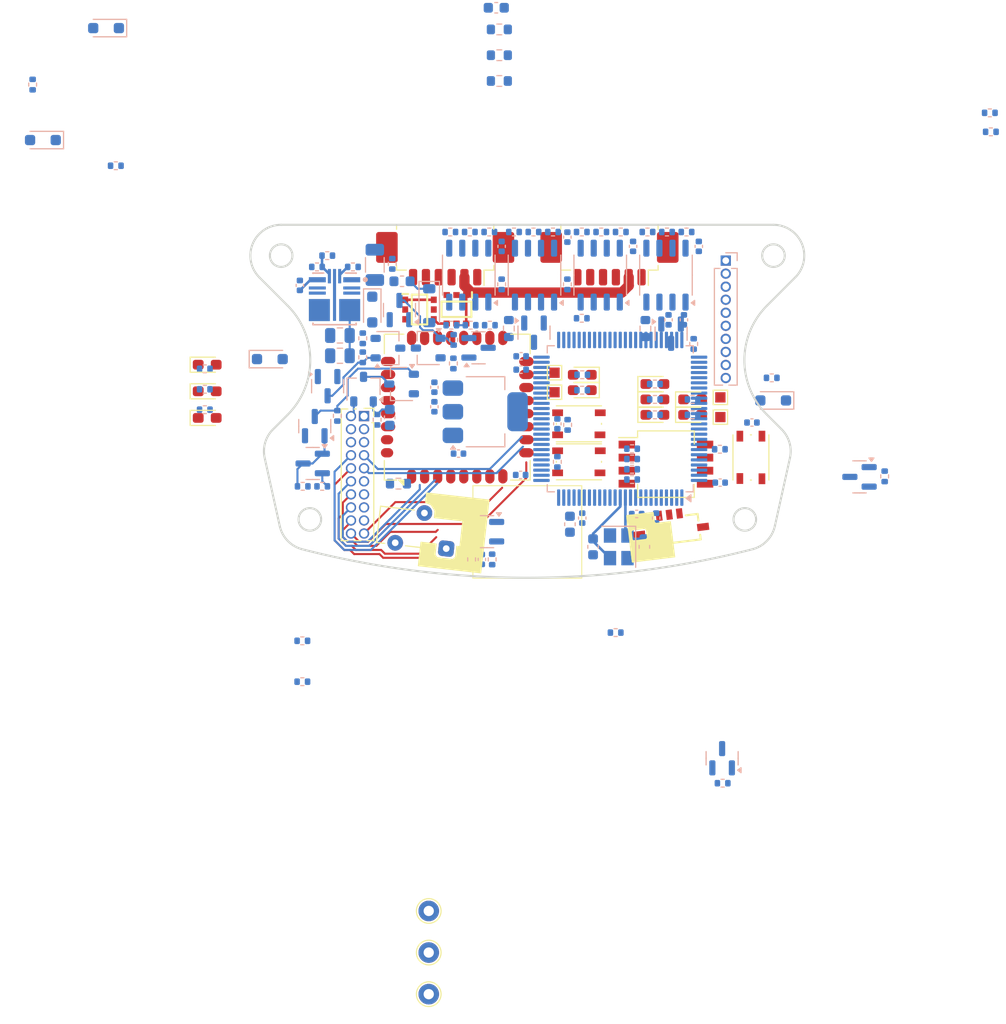
<source format=kicad_pcb>
(kicad_pcb (version 20221018) (generator pcbnew)
  (layers (0 "F.Cu" signal) (31 "B.Cu" signal) (34 "B.Paste" user) (35 "F.Paste" user) (36 "B.SilkS" user "B.Silkscreen") (37 "F.SilkS" user "F.Silkscreen") (38 "B.Mask" user) (39 "F.Mask" user) (44 "Edge.Cuts" user))
  (net 0 "")
  (net 1 "+3.3V")
  (net 2 "GND")
  (net 3 "NRST")
  (net 4 "HSE_IN")
  (net 5 "HSE_OUT")
  (net 6 "VCC")
  (net 7 "Net-(Q1-G)")
  (net 8 "/Power/Vout")
  (net 9 "/Power/S-S")
  (net 10 "Net-(Q9-G)")
  (net 11 "+5V")
  (net 12 "Net-(C22-Pad1)")
  (net 13 "RST_Twe")
  (net 14 "Net-(D1-K)")
  (net 15 "VDD")
  (net 16 "Net-(D5-K)")
  (net 17 "Net-(D7-A)")
  (net 18 "Net-(D8-A)")
  (net 19 "Net-(D9-A)")
  (net 20 "Net-(D10-A)")
  (net 21 "Net-(D11-A)")
  (net 22 "Net-(D12-A)")
  (net 23 "Net-(D13-A)")
  (net 24 "Net-(D14-A)")
  (net 25 "Net-(D15-A)")
  (net 26 "Net-(D16-A)")
  (net 27 "Net-(C30-Pad1)")
  (net 28 "Net-(C31-Pad1)")
  (net 29 "Net-(U1-RT)")
  (net 30 "Net-(Q17-G)")
  (net 31 "Net-(U1-FB)")
  (net 34 "/Power/PG")
  (net 45 "DIPSW0_Twe")
  (net 46 "DIPSW1_Twe")
  (net 47 "DIPSW2_Twe")
  (net 48 "DIPSW3_Twe")
  (net 49 "unconnected-(J2-Pin_7-Pad7)")
  (net 50 "unconnected-(J2-Pin_9-Pad9)")
  (net 55 "unconnected-(J2-Pin_19-Pad19)")
  (net 56 "+BATT")
  (net 57 "/RS485_RingNW/RS485X_TA")
  (net 58 "/RS485_RingNW/RS485X_TB")
  (net 59 "/RS485_RingNW/RS485X_RA")
  (net 60 "/RS485_RingNW/RS485X_RB")
  (net 61 "/RS485_RingNW/RS485Y_TA")
  (net 62 "/RS485_RingNW/RS485Y_TB")
  (net 63 "/RS485_RingNW/RS485Y_RA")
  (net 64 "/RS485_RingNW/RS485Y_RB")
  (net 65 "VBUS")
  (net 66 "/Power/IND")
  (net 67 "Net-(Q2-B)")
  (net 68 "Net-(Q3-G)")
  (net 70 "/Power/VSYS")
  (net 71 "Net-(Q7-G)")
  (net 72 "/Power/PowerSW")
  (net 73 "Net-(Q8-D)")
  (net 74 "Net-(Q10-B)")
  (net 75 "Net-(Q11-G)")
  (net 76 "Net-(Q13-B)")
  (net 77 "Net-(Q13-C)")
  (net 78 "Net-(Q14-B)")
  (net 79 "Net-(Q14-C)")
  (net 80 "LED_nR0")
  (net 81 "Main->RST_Twe")
  (net 82 "BOOT0")
  (net 83 "MainTXx_RS485XRX")
  (net 84 "Net-(SW2-A)")
  (net 85 "V_Meas.")
  (net 86 "Net-(U4-DE)")
  (net 87 "PRG_Twe")
  (net 88 "/TweLite/LED0")
  (net 89 "/TweLite/LED1")
  (net 90 "Net-(U2-DO0{slash}PWM2)")
  (net 91 "MainTXx_RS485YRX")
  (net 92 "Net-(U6-DE)")
  (net 93 "LED_B0")
  (net 94 "LED_B1")
  (net 95 "DIPSW0")
  (net 96 "DIPSW1")
  (net 97 "SlideSW0")
  (net 98 "DIPSW2")
  (net 99 "DIPSW3")
  (net 100 "LED_LG0")
  (net 101 "LED_Y0")
  (net 104 "SWDIO")
  (net 105 "SWCLK")
  (net 106 "SWO")
  (net 111 "TweWriteRX_TweTX0")
  (net 112 "TweWriteTX_TweRX0")
  (net 116 "/TweLite/SET")
  (net 117 "MainRXx_TweTX1")
  (net 120 "MainTXx_TweRX1")
  (net 129 "MainRXx_RS485XTX")
  (net 132 "MainRXx_RS485YTX")
  (net 211 "unconnected-(J2-Pin_20-Pad20)")
  (footprint "Button_Switch_SMD:SW_DIP_SPSTx04_Slide_Copal_CHS-04B_W7.62mm_P1.27mm" (layer "F.Cu") (at 13.5 23.3)
    (fp_text reference "SW5" hide)
    (fp_text value "SW_DIP_x04")
  )
  (footprint "LED_SMD:LED_0603_1608Metric_Pad1.05x0.95mm_HandSolder" (layer "F.Cu") (at 12.425 18.5)
    (fp_text reference "D16" hide)
    (fp_text value "Red")
  )
  (footprint "Button_Switch_SMD:SW_Push_1P1T_NO_Vertical_Wuerth_434133025816" (layer "F.Cu") (at 5.025 19.375)
    (fp_text reference "SW3" hide)
    (fp_text value "SW_SPST")
  )
  (footprint "LED_SMD:LED_0603_1608Metric_Pad1.05x0.95mm_HandSolder" (layer "F.Cu") (at -31.175 18.8)
    (fp_text reference "D9" hide)
    (fp_text value "Green")
  )
  (footprint "RF_Module:MonoWireless_TWE-L-WX" (layer "F.Cu") (at -6.825 17.75 90)
    (fp_text reference "U2" hide)
    (fp_text value "TWE-L-WX")
  )
  (footprint "LED_SMD:LED_0603_1608Metric_Pad1.05x0.95mm_HandSolder" (layer "F.Cu") (at 5.35 14.6 180)
    (fp_text reference "D10" hide)
    (fp_text value "Blue")
  )
  (footprint "LED_SMD:LED_0603_1608Metric_Pad1.05x0.95mm_HandSolder" (layer "F.Cu") (at -31.175 16.21)
    (fp_text reference "D8" hide)
    (fp_text value "Green")
  )
  (footprint "Connector_Molex:Molex_PicoBlade_53261-0671_1x06-1MP_P1.25mm_Horizontal" (layer "F.Cu") (at 8 2.7 180)
    (fp_text reference "J10" hide)
    (fp_text value "Conn_01x06_MountingPin")
  )
  (footprint "TomoshibiLibrary:SW_Slide_SPDT_White" (layer "F.Cu") (at -10.2 29.65 -96.5)
    (fp_text reference "SW2" hide)
    (fp_text value "SW_SPDT_White")
  )
  (footprint "LED_SMD:LED_0603_1608Metric_Pad1.05x0.95mm_HandSolder" (layer "F.Cu") (at 16.1 17)
    (fp_text reference "D12" hide)
    (fp_text value "Blue")
  )
  (footprint "Button_Switch_SMD:SW_Push_1P1T_NO_Vertical_Wuerth_434133025816" (layer "F.Cu") (at 5.025 23.075)
    (fp_text reference "SW4" hide)
    (fp_text value "SW_SPST")
  )
  (footprint "TestPoint:TestPoint_Pad_1.0x1.0mm" (layer "F.Cu") (at 2.65 14.4)
    (fp_text reference "H3" hide)
    (fp_text value "MountingHole_Pad")
  )
  (footprint "TomoshibiLibrary:SW_Slide_SPDT_SSAJ120100" (layer "F.Cu") (at 14.005482 29.722142 7)
    (fp_text reference "SW6" hide)
    (fp_text value "SW_SPDT" hide)
  )
  (footprint "TestPoint:TestPoint_Pad_1.0x1.0mm" (layer "F.Cu") (at 18.8 18.72)
    (fp_text reference "H2" hide)
    (fp_text value "MountingHole_Pad")
  )
  (footprint "Connector_Molex:Molex_PicoBlade_53261-0671_1x06-1MP_P1.25mm_Horizontal" (layer "F.Cu") (at -8 2.7 180)
    (fp_text reference "J11" hide)
    (fp_text value "Conn_01x06_MountingPin")
  )
  (footprint "LED_SMD:LED_0603_1608Metric_Pad1.05x0.95mm_HandSolder" (layer "F.Cu") (at 12.425 15.5)
    (fp_text reference "D14" hide)
    (fp_text value "LightGreen")
  )
  (footprint "LED_SMD:LED_0603_1608Metric_Pad1.05x0.95mm_HandSolder" (layer "F.Cu") (at 5.35 16.1 180)
    (fp_text reference "D11" hide)
    (fp_text value "Blue")
  )
  (footprint "Button_Switch_SMD:SW_Push_1P1T_NO_Vertical_Wuerth_434133025816" (layer "F.Cu") (at 21.775 22.65 -90)
    (fp_text reference "SW1" hide)
    (fp_text value "SW_SPST")
  )
  (footprint "TestPoint:TestPoint_Pad_1.0x1.0mm" (layer "F.Cu") (at 2.65 16.3)
    (fp_text reference "H4" hide)
    (fp_text value "MountingHole_Pad")
  )
  (footprint "LED_SMD:LED_0603_1608Metric_Pad1.05x0.95mm_HandSolder" (layer "F.Cu") (at 12.425 17)
    (fp_text reference "D15" hide)
    (fp_text value "Yellow")
  )
  (footprint "TomoshibiLibrary:Package_TSOP6F" (layer "F.Cu") (at -10.5 8.25)
    (fp_text reference "Q9" hide)
    (fp_text value "SSM6J808R" hide)
  )
  (footprint "LED_SMD:LED_0603_1608Metric_Pad1.05x0.95mm_HandSolder" (layer "F.Cu") (at 16.1 18.5)
    (fp_text reference "D13" hide)
    (fp_text value "Blue")
  )
  (footprint "TestPoint:TestPoint_Pad_1.0x1.0mm" (layer "F.Cu") (at 18.8 16.8)
    (fp_text reference "H1" hide)
    (fp_text value "MountingHole_Pad")
  )
  (footprint "TestPoint:TestPoint_THTPad_D2.0mm_Drill1.0mm" (layer "F.Cu") (at -9.6 74.9)
    (fp_text reference "TP3" hide)
    (fp_text value "TestPoint")
  )
  (footprint "Connector_PinSocket_1.27mm:PinSocket_2x10_P1.27mm_Vertical" (layer "F.Cu") (at -15.9 18.625)
    (fp_text reference "J2" hide)
    (fp_text value "Conn_02x10_Odd_Even")
  )
  (footprint "LED_SMD:LED_0603_1608Metric_Pad1.05x0.95mm_HandSolder" (layer "F.Cu") (at -31.175 13.62)
    (fp_text reference "D7" hide)
    (fp_text value "Green")
  )
  (footprint "TomoshibiLibrary:Package_TSOP6F" (layer "F.Cu") (at -6.9 8.225 -90)
    (fp_text reference "Q7" hide)
    (fp_text value "SSM6J808R" hide)
  )
  (footprint "TestPoint:TestPoint_THTPad_D2.0mm_Drill1.0mm" (layer "F.Cu") (at -9.6 70.85)
    (fp_text reference "TP2" hide)
    (fp_text value "TestPoint")
  )
  (footprint "TestPoint:TestPoint_THTPad_D2.0mm_Drill1.0mm" (layer "F.Cu") (at -9.6 66.8)
    (fp_text reference "TP1" hide)
    (fp_text value "TestPoint")
  )
  (footprint "Resistor_SMD:R_0402_1005Metric" (layer "B.Cu") (at -5.6 0.7)
    (fp_text reference "R56" hide)
    (fp_text value "120")
  )
  (footprint "Package_TO_SOT_SMD:SOT-223-3_TabPin2" (layer "B.Cu") (at -4.1 18.2)
    (fp_text reference "U7" hide)
    (fp_text value "AZ1117CH-3.3")
  )
  (footprint "Resistor_SMD:R_0402_1005Metric" (layer "B.Cu") (at 12.425 17 180)
    (fp_text reference "R66" hide)
    (fp_text value "1k")
  )
  (footprint "Capacitor_SMD:C_0402_1005Metric" (layer "B.Cu") (at 16.7 2.1 90)
    (fp_text reference "C11" hide)
    (fp_text value "0.1uF")
  )
  (footprint "Capacitor_SMD:C_0402_1005Metric" (layer "B.Cu") (at 18.78 25.1)
    (fp_text reference "C12" hide)
    (fp_text value "0.1uF")
  )
  (footprint "Capacitor_SMD:C_0603_1608Metric" (layer "B.Cu") (at -3.025 -21.13 180)
    (fp_text reference "C22" hide)
    (fp_text value "0.1uF")
  )
  (footprint "Resistor_SMD:R_0402_1005Metric" (layer "B.Cu") (at 10.2 21.8 180)
    (fp_text reference "R59" hide)
    (fp_text value "10k")
  )
  (footprint "Package_TO_SOT_SMD:SOT-23" (layer "B.Cu") (at -20.9 23.2375 180)
    (fp_text reference "Q2" hide)
    (fp_text value "S8550")
  )
  (footprint "Resistor_SMD:R_0402_1005Metric" (layer "B.Cu") (at 16.1 17)
    (fp_text reference "R57" hide)
    (fp_text value "1k")
  )
  (footprint "Resistor_SMD:R_0402_1005Metric" (layer "B.Cu") (at 9.1 0.7)
    (fp_text reference "R45" hide)
    (fp_text value "2.2k")
  )
  (footprint "Resistor_SMD:R_0402_1005Metric" (layer "B.Cu") (at -19.975 25.4625)
    (fp_text reference "R10" hide)
    (fp_text value "10k")
  )
  (footprint "Package_SO:SOP-8_3.9x4.9mm_P1.27mm" (layer "B.Cu") (at 13.5 4.9 90)
    (fp_text reference "U3" hide)
    (fp_text value "MAX3485")
  )
  (footprint "Resistor_SMD:R_0402_1005Metric" (layer "B.Cu") (at -7.175 11.2 -90)
    (fp_text reference "R27" hide)
    (fp_text value "10k")
  )
  (footprint "Resistor_SMD:R_0402_1005Metric" (layer "B.Cu") (at 7.2 0.7)
    (fp_text reference "R47" hide)
    (fp_text value "120")
  )
  (footprint "Package_TO_SOT_SMD:SOT-23" (layer "B.Cu") (at 32.35 24.54 180)
    (fp_text reference "Q15" hide)
    (fp_text value "2N7002")
  )
  (footprint "Resistor_SMD:R_0402_1005Metric" (layer "B.Cu") (at -18.5 18.6 90)
    (fp_text reference "R15" hide)
    (fp_text value "10k")
  )
  (footprint "Resistor_SMD:R_0402_1005Metric" (layer "B.Cu") (at 5.3 0.7)
    (fp_text reference "R44" hide)
    (fp_text value "2.2k")
  )
  (footprint "Resistor_SMD:R_0402_1005Metric" (layer "B.Cu") (at 2.5 0.7)
    (fp_text reference "R52" hide)
    (fp_text value "2.2k")
  )
  (footprint "Capacitor_SMD:C_0805_2012Metric" (layer "B.Cu") (at -18.25 12.75 180)
    (fp_text reference "C32" hide)
    (fp_text value "22uF")
  )
  (footprint "Resistor_SMD:R_0402_1005Metric" (layer "B.Cu") (at -48.175 -13.65 90)
    (fp_text reference "R26" hide)
    (fp_text value "10k")
  )
  (footprint "Package_TO_SOT_SMD:SOT-23W" (layer "B.Cu") (at -15.95 16 90)
    (fp_text reference "Q1" hide)
    (fp_text value "SSM3J332R")
  )
  (footprint "Capacitor_SMD:C_0603_1608Metric" (layer "B.Cu") (at 11.401473 31.350713 90)
    (fp_text reference "C4" hide)
    (fp_text value "22pF")
  )
  (footprint "Resistor_SMD:R_0402_1005Metric" (layer "B.Cu") (at 18.750001 21.850714)
    (fp_text reference "R2" hide)
    (fp_text value "10k")
  )
  (footprint "Capacitor_SMD:C_0402_1005Metric" (layer "B.Cu") (at -0.6 12.8 180)
    (fp_text reference "C6" hide)
    (fp_text value "0.1uF")
  )
  (footprint "Capacitor_SMD:C_0402_1005Metric" (layer "B.Cu") (at 3.9 1.2 -90)
    (fp_text reference "C20" hide)
    (fp_text value "0.1uF")
  )
  (footprint "Diode_SMD:D_SOD-323_HandSoldering" (layer "B.Cu") (at 23.94119 17.1 180)
    (fp_text reference "D1" hide)
    (fp_text value "1N5819WS")
  )
  (footprint "Resistor_SMD:R_0402_1005Metric" (layer "B.Cu") (at -5.425 32.575 90)
    (fp_text reference "R23" hide)
    (fp_text value "10k")
  )
  (footprint "Package_TO_SOT_SMD:SOT-23" (layer "B.Cu") (at -20.7 19.6 90)
    (fp_text reference "Q4" hide)
    (fp_text value "S8550")
  )
  (footprint "Package_TO_SOT_SMD:SOT-23W" (layer "B.Cu") (at -12.25 15.5 180)
    (fp_text reference "Q3" hide)
    (fp_text value "SSM3J332R")
  )
  (footprint "Resistor_SMD:R_0402_1005Metric" (layer "B.Cu") (at -7.2 13.5 90)
    (fp_text reference "R25" hide)
    (fp_text value "10k")
  )
  (footprint "Resistor_SMD:R_0402_1005Metric" (layer "B.Cu") (at 19.02 54.362382 180)
    (fp_text reference "R67" hide)
    (fp_text value "10k")
  )
  (footprint "Resistor_SMD:R_0402_1005Metric" (layer "B.Cu") (at -2.5 5.8 90)
    (fp_text reference "R50" hide)
    (fp_text value "10k")
  )
  (footprint "Resistor_SMD:R_0603_1608Metric" (layer "B.Cu") (at -2.725 -14 180)
    (fp_text reference "R32" hide)
    (fp_text value "10k")
  )
  (footprint "Package_QFP:LQFP-100_14x14mm_P0.5mm" (layer "B.Cu") (at 9.05 18.885 90)
    (fp_text reference "U8" hide)
    (fp_text value "STM32H723VGTx")
  )
  (footprint "Resistor_SMD:R_0402_1005Metric" (layer "B.Cu") (at -16.025 12.9 -90)
    (fp_text reference "R3" hide)
    (fp_text value "10k")
  )
  (footprint "Capacitor_SMD:C_0402_1005Metric" (layer "B.Cu") (at -6.7 22.275)
    (fp_text reference "C29" hide)
    (fp_text value "1uF")
  )
  (footprint "Resistor_SMD:R_0603_1608Metric" (layer "B.Cu") (at -12.55 25.2 180)
    (fp_text reference "R41" hide)
    (fp_text value "PullUP?")
  )
  (footprint "Resistor_SMD:R_0402_1005Metric" (layer "B.Cu") (at -7.5 0.7)
    (fp_text reference "R53" hide)
    (fp_text value "2.2k")
  )
  (footprint "Resistor_SMD:R_0402_1005Metric" (layer "B.Cu") (at 10.2 23.8 180)
    (fp_text reference "R62" hide)
    (fp_text value "10k")
  )
  (footprint "Capacitor_SMD:C_0402_1005Metric" (layer "B.Cu") (at 13.750002 9.250714 90)
    (fp_text reference "C31" hide)
    (fp_text value "2.2uF")
  )
  (footprint "Diode_SMD:D_SOD-323_HandSoldering" (layer "B.Cu") (at -25.075 13.075)
    (fp_text reference "D6" hide)
    (fp_text value "1N5819WS")
  )
  (footprint "Resistor_SMD:R_0402_1005Metric" (layer "B.Cu") (at -13.15 3.8 90)
    (fp_text reference "R28" hide)
    (fp_text value "10k")
  )
  (footprint "Capacitor_SMD:C_0402_1005Metric" (layer "B.Cu") (at 2.925 19.375 -90)
    (fp_text reference "C28" hide)
    (fp_text value "0.1uF")
  )
  (footprint "Package_TO_SOT_SMD:SOT-23W" (layer "B.Cu") (at -13.575 12.0075)
    (fp_text reference "Q17" hide)
    (fp_text value "SSM3J332R")
  )
  (footprint "Package_TO_SOT_SMD:SOT-23W" (layer "B.Cu") (at -9.65 12 180)
    (fp_text reference "Q11" hide)
    (fp_text value "SSM3J332R")
  )
  (footprint "Resistor_SMD:R_0402_1005Metric" (layer "B.Cu") (at 13.6 0.7)
    (fp_text reference "R46" hide)
    (fp_text value "120")
  )
  (footprint "Package_TO_SOT_SMD:SOT-23" (layer "B.Cu") (at -12.45 8.3 90)
    (fp_text reference "Q12" hide)
    (fp_text value "S8550")
  )
  (footprint "Resistor_SMD:R_0402_1005Metric" (layer "B.Cu") (at 8.6 39.7)
    (fp_text reference "R61" hide)
    (fp_text value "10k")
  )
  (footprint "Capacitor_SMD:C_0402_1005Metric" (layer "B.Cu") (at -4.425 32.575 90)
    (fp_text reference "C15" hide)
    (fp_text value "1uF")
  )
  (footprint "Resistor_SMD:R_0402_1005Metric" (layer "B.Cu") (at 10.2 24.8 180)
    (fp_text reference "R63" hide)
    (fp_text value "10k")
  )
  (footprint "Diode_SMD:D_SOD-123" (layer "B.Cu") (at -9.55 7.875 -90)
    (fp_text reference "D5" hide)
    (fp_text value "SS2040FL")
  )
  (footprint "Capacitor_SMD:C_0402_1005Metric" (layer "B.Cu") (at -22.15 5.9 90)
    (fp_text reference "C33" hide)
    (fp_text value "1uF")
  )
  (footprint "Resistor_SMD:R_0402_1005Metric" (layer "B.Cu") (at -19.483334 3.000001 180)
    (fp_text reference "R72" hide)
    (fp_text value "5.1k")
  )
  (footprint "Capacitor_SMD:C_0402_1005Metric" (layer "B.Cu") (at 15.250001 9.250715 90)
    (fp_text reference "C7" hide)
    (fp_text value "0.1uF")
  )
  (footprint "Resistor_SMD:R_0603_1608Metric" (layer "B.Cu") (at 11.5 10.1 90)
    (fp_text reference "R4" hide)
    (fp_text value "7.5k")
  )
  (footprint "Resistor_SMD:R_0402_1005Metric" (layer "B.Cu") (at 45.04 -10.9 180)
    (fp_text reference "R17" hide)
    (fp_text value "10k")
  )
  (footprint "Resistor_SMD:R_0402_1005Metric" (layer "B.Cu") (at 45.14 -9.05 180)
    (fp_text reference "R29" hide)
    (fp_text value "10k")
  )
  (footprint "Package_TO_SOT_SMD:SOT-23" (layer "B.Cu") (at -19.45 15.7125 -90)
    (fp_text reference "Q18" hide)
    (fp_text value "2N7002")
  )
  (footprint "Resistor_SMD:R_0402_1005Metric" (layer "B.Cu") (at 0.6 0.7)
    (fp_text reference "R55" hide)
    (fp_text value "120")
  )
  (footprint "Resistor_SMD:R_0402_1005Metric" (layer "B.Cu") (at 2.925 23.075 90)
    (fp_text reference "R37" hide)
    (fp_text value "10k")
  )
  (footprint "Diode_SMD:D_SOD-323_HandSoldering" (layer "B.Cu") (at -41.025 -19.15 180)
    (fp_text reference "D3" hide)
    (fp_text value "D_Zener")
  )
  (footprint "Resistor_SMD:R_0402_1005Metric" (layer "B.Cu") (at -21.91 44.48 180)
    (fp_text reference "R24" hide)
    (fp_text value "10k")
  )
  (footprint "Package_TO_SOT_SMD:SOT-23" (layer "B.Cu") (at 14 10.6 -90)
    (fp_text reference "Q13" hide)
    (fp_text value "S8550")
  )
  (footprint "Resistor_SMD:R_0402_1005Metric" (layer "B.Cu") (at -31.41 16.01 180)
    (fp_text reference "R34" hide)
    (fp_text value "1k")
  )
  (footprint "Package_TO_SOT_SMD:SOT-23" (layer "B.Cu") (at 0.65 10.5 -90)
    (fp_text reference "Q14" hide)
    (fp_text value "S8550")
  )
  (footprint "Capacitor_SMD:C_0402_1005Metric" (layer "B.Cu") (at 21.875 19.250001 180)
    (fp_text reference "C2" hide)
    (fp_text value "0.1uF")
  )
  (footprint "Resistor_SMD:R_0402_1005Metric" (layer "B.Cu") (at 11.7 0.7)
    (fp_text reference "R42" hide)
    (fp_text value "2.2k")
  )
  (footprint "Resistor_SMD:R_0402_1005Metric" (layer "B.Cu") (at 34.8 24.49 -90)
    (fp_text reference "R64" hide)
    (fp_text value "10k")
  )
  (footprint "Resistor_SMD:R_0402_1005Metric" (layer "B.Cu") (at 5.34 16.1 180)
    (fp_text reference "R40" hide)
    (fp_text value "1k")
  )
  (footprint "Resistor_SMD:R_0603_1608Metric" (layer "B.Cu") (at -1.8 10.1 90)
    (fp_text reference "R48" hide)
    (fp_text value "7.5k")
  )
  (footprint "Resistor_SMD:R_0402_1005Metric" (layer "B.Cu") (at -3.425 32.575 90)
    (fp_text reference "R21" hide)
    (fp_text value "10k")
  )
  (footprint "Resistor_SMD:R_0402_1005Metric" (layer "B.Cu") (at 16.2 11.6 90)
    (fp_text reference "R5" hide)
    (fp_text value "20k")
  )
  (footprint "Resistor_SMD:R_0402_1005Metric" (layer "B.Cu") (at -21.875 25.4625 180)
    (fp_text reference "R11" hide)
    (fp_text value "10k")
  )
  (footprint "Resistor_SMD:R_0402_1005Metric" (layer "B.Cu") (at -14.625 18.975 90)
    (fp_text reference "R8" hide)
    (fp_text value "10k")
  )
  (footprint "Resistor_SMD:R_0402_1005Metric" (layer "B.Cu") (at 15.5 0.7)
    (fp_text reference "R43" hide)
    (fp_text value "2.2k")
  )
  (footprint "Capacitor_SMD:C_0402_1005Metric" (layer "B.Cu") (at -2.5 2.1 -90)
    (fp_text reference "C23" hide)
    (fp_text value "0.1uF")
  )
  (footprint "Resistor_SMD:R_0402_1005Metric" (layer "B.Cu") (at 23.8 14.9 180)
    (fp_text reference "R1" hide)
    (fp_text value "1k")
  )
  (footprint "Capacitor_SMD:C_0603_1608Metric" (layer "B.Cu") (at 4.15 29.150714 -90)
    (fp_text reference "C25" hide)
    (fp_text value "4.7uF")
  )
  (footprint "Capacitor_SMD:C_0805_2012Metric" (layer "B.Cu") (at -18.25 10.775 180)
    (fp_text reference "C10" hide)
    (fp_text value "22uF")
  )
  (footprint "Resistor_SMD:R_0402_1005Metric" (layer "B.Cu") (at -20.483333 4.100001 180)
    (fp_text reference "R69" hide)
    (fp_text value "20k")
  )
  (footprint "Resistor_SMD:R_0402_1005Metric" (layer "B.Cu") (at -1.3 0.7)
    (fp_text reference "R51" hide)
    (fp_text value "2.2k")
  )
  (footprint "Capacitor_SMD:C_0603_1608Metric" (layer "B.Cu") (at -13.4 18.75 90)
    (fp_text reference "C13" hide)
    (fp_text value "ADJ_ST")
  )
  (footprint "Capacitor_SMD:C_0402_1005Metric" (layer "B.Cu") (at -9.05 15.8125 -90)
    (fp_text reference "C16" hide)
    (fp_text value "1uF")
  )
  (footprint "Capacitor_SMD:C_0402_1005Metric" (layer "B.Cu") (at 10.3 2.1 90)
    (fp_text reference "C18" hide)
    (fp_text value "0.1uF")
  )
  (footprint "Resistor_SMD:R_0402_1005Metric" (layer "B.Cu") (at 12.425 15.5 180)
    (fp_text reference "R65" hide)
    (fp_text value "1k")
  )
  (footprint "Resistor_SMD:R_0402_1005Metric" (layer "B.Cu") (at -21.91 40.5 180)
    (fp_text reference "R22" hide)
    (fp_text value "10k")
  )
  (footprint "Resistor_SMD:R_0402_1005Metric" (layer "B.Cu") (at -7.4 9.775)
    (fp_text reference "R20" hide)
    (fp_text value "10k")
  )
  (footprint "Resistor_SMD:R_0402_1005Metric" (layer "B.Cu") (at 16.1 18.5)
    (fp_text reference "R58" hide)
    (fp_text value "1k")
  )
  (footprint "Capacitor_SMD:C_0402_1005Metric" (layer "B.Cu") (at -0.65 24.350714 180)
    (fp_text reference "C1" hide)
    (fp_text value "0.1uF")
  )
  (footprint "Diode_SMD:D_SOD-323_HandSoldering" (layer "B.Cu") (at -47.175 -8.25 180)
    (fp_text reference "D4" hide)
    (fp_text value "1N5819WS")
  )
  (footprint "Package_SO:SOP-8_3.9x4.9mm_P1.27mm" (layer "B.Cu") (at -5.7 4.9 90)
    (fp_text reference "U6" hide)
    (fp_text value "MAX3485")
  )
  (footprint "Capacitor_SMD:C_0402_1005Metric" (layer "B.Cu") (at -9.05 17.7125 -90)
    (fp_text reference "C17" hide)
    (fp_text value "1uF")
  )
  (footprint "Resistor_SMD:R_0402_1005Metric" (layer "B.Cu") (at 3.9 5.8 90)
    (fp_text reference "R49" hide)
    (fp_text value "20k")
  )
  (footprint "Capacitor_SMD:C_0402_1005Metric" (layer "B.Cu") (at 12.550001 28.550713 -90)
    (fp_text reference "C3" hide)
    (fp_text value "0.1uF")
  )
  (footprint "Resistor_SMD:R_0402_1005Metric" (layer "B.Cu") (at 5.35 14.6)
    (fp_text reference "R39" hide)
    (fp_text value "1k")
  )
  (footprint "Resistor_SMD:R_0402_1005Metric" (layer "B.Cu") (at -31.41 18 180)
    (fp_text reference "R35" hide)
    (fp_text value "1k")
  )
  (footprint "Crystal:Crystal_SMD_3225-4Pin_3.2x2.5mm" (layer "B.Cu") (at 8.901473 31.350713 -90)
    (fp_text reference "Y1" hide)
    (fp_text value "16MHz")
  )
  (footprint "Resistor_SMD:R_0603_1608Metric" (layer "B.Cu") (at -2.725 -16.51 180)
    (fp_text reference "R31" hide)
    (fp_text value "75k")
  )
  (footprint "Resistor_SMD:R_0402_1005Metric" (layer "B.Cu") (at 10.2 22.8 180)
    (fp_text reference "R60" hide)
    (fp_text value "10k")
  )
  (footprint "Resistor_SMD:R_0402_1005Metric" (layer "B.Cu") (at 12.425 18.5 180)
    (fp_text reference "R68" hide)
    (fp_text value "1k")
  )
  (footprint "Package_TO_SOT_SMD:SOT-23" (layer "B.Cu") (at 18.97 51.9325 90)
    (fp_text reference "Q16" hide)
    (fp_text value "2N7002")
  )
  (footprint "Resistor_SMD:R_0402_1005Metric" (layer "B.Cu") (at 5.3 9.1 180)
    (fp_text reference "R36" hide)
    (fp_text value "10k")
  )
  (footprint "Capacitor_SMD:C_0402_1005Metric" (layer "B.Cu") (at 5.35 28.550714 -90)
    (fp_text reference "C27" hide)
    (fp_text value "1uF")
  )
  (footprint "Capacitor_SMD:C_1206_3216Metric" (layer "B.Cu") (at -14.85 3.9 90)
    (fp_text reference "C9" hide)
    (fp_text value "10uF")
  )
  (footprint "Capacitor_SMD:C_0603_1608Metric" (layer "B.Cu") (at 6.401473 31.350713 90)
    (fp_text reference "C5" hide)
    (fp_text value "22pF")
  )
  (footprint "Resistor_SMD:R_0603_1608Metric" (layer "B.Cu") (at -2.725 -19.02 180)
    (fp_text reference "R30" hide)
    (fp_text value "1k")
  )
  (footprint "Package_TO_SOT_SMD:SOT-23" (layer "B.Cu") (at -4.75 11.975)
    (fp_text reference "Q10" hide)
    (fp_text value "S8550")
  )
  (footprint "Resistor_SMD:R_0402_1005Metric" (layer "B.Cu") (at 3.925 19.475 90)
    (fp_text reference "R38" hide)
    (fp_text value "10k")
  )
  (footprint "Capacitor_SMD:C_0402_1005Metric" (layer "B.Cu") (at -0.6 14.1 180)
    (fp_text reference "C30" hide)
    (fp_text value "2.2uF")
  )
  (footprint "TomoshibiLibrary:DCDC_TPSM336x5" (layer "B.Cu") (at -18.775 7.3 180)
    (fp_text reference "U1" hide)
    (fp_text value "DCDC_TPSM336x5")
  )
  (footprint "Resistor_SMD:R_0402_1005Metric" (layer "B.Cu") (at -40.075 -5.75 180)
    (fp_text reference "R6" hide)
    (fp_text value "1k")
  )
  (footprint "Package_TO_SOT_SMD:SOT-23" (layer "B.Cu") (at -3.925 29.875 180)
    (fp_text reference "Q8" hide)
    (fp_text value "2N7002")
  )
  (footprint "Package_SO:SOP-8_3.9x4.9mm_P1.27mm" (layer "B.Cu") (at 7.1 4.9 90)
    (fp_text reference "U4" hide)
    (fp_text value "MAX3485")
  )
  (footprint "Capacitor_SMD:C_0402_1005Metric" (layer "B.Cu") (at 10.650001 28.150714)
    (fp_text reference "C8" hide)
    (fp_text value "0.1uF")
  )
  (footprint "Resistor_SMD:R_0402_1005Metric" (layer "B.Cu") (at -31.41 14.02 180)
    (fp_text reference "R33" hide)
    (fp_text value "1k")
  )
  (footprint "Resistor_SMD:R_0402_1005Metric" (layer "B.Cu") (at -16.025 11.05 90)
    (fp_text reference "R9" hide)
    (fp_text value "1k")
  )
  (footprint "Resistor_SMD:R_0402_1005Metric" (layer "B.Cu") (at -16.983333 4.100001)
    (fp_text reference "R70" hide)
    (fp_text value "10k")
  )
  (footprint "Diode_SMD:D_SOD-323_HandSoldering" (layer "B.Cu") (at -15.1 8.25 -90)
    (fp_text reference "D17" hide)
    (fp_text value "1N5819WS")
  )
  (footprint "Inductor_SMD:L_0603_1608Metric" (layer "B.Cu") (at -12.2 5.5 180)
    (fp_text reference "L1" hide)
    (fp_text value "1uH")
  )
  (footprint "Resistor_SMD:R_0402_1005Metric" (layer "B.Cu") (at -3.7 0.7)
    (fp_text reference "R54" hide)
    (fp_text value "2.2k")
  )
  (footprint "Resistor_SMD:R_0402_1005Metric" (layer "B.Cu") (at -3.65 9.775)
    (fp_text reference "R71" hide)
    (fp_text value "10k")
  )
  (footprint "Connector_PinHeader_1.27mm:PinHeader_1x10_P1.27mm_Vertical" (layer "B.Cu") (at 19.325 3.485 180)
    (fp_text reference "J1" hide)
    (fp_text value "Conn_01x10_Pin")
  )
  (footprint "Package_SO:SOP-8_3.9x4.9mm_P1.27mm" (layer "B.Cu") (at 0.7 4.9 90)
    (fp_text reference "U5" hide)
    (fp_text value "MAX3485")
  )
  (footprint "Resistor_SMD:R_0402_1005Metric" (layer "B.Cu") (at -5.525 9.775)
    (fp_text reference "R18" hide)
    (fp_text value "10k")
  )
  (gr_line (start -5.3 25.4) (end 5.3 25.4) (stroke (width 0.1)) (layer "F.SilkS"))
  (gr_line (start 5.3 34.4) (end -5.3 34.4) (stroke (width 0.1)) (layer "F.SilkS"))
  (gr_line (start 5.3 25.4) (end 5.3 34.4) (stroke (width 0.1)) (layer "F.SilkS"))
  (gr_line (start -5.3 34.4) (end -5.3 25.4) (stroke (width 0.1)) (layer "F.SilkS"))
  (gr_line (start -23.334524 18.485639) (end -24.76928 19.920395) (stroke (width 0.2)) (layer "Edge.Cuts"))
  (gr_line (start 23.97092 0) (end -23.97092 0) (stroke (width 0.2)) (layer "Edge.Cuts"))
  (gr_arc (start -21.926396 31.585351) (mid -23.33601 30.764893) (end -24.108037 29.328186) (stroke (width 0.2)) (layer "Edge.Cuts"))
  (gr_arc (start 23.334524 18.485639) (mid 21.137826 13.182338) (end 23.334524 7.879037) (stroke (width 0.2)) (layer "Edge.Cuts"))
  (gr_arc (start -25.577091 22.689934) (mid -25.527937 21.201697) (end -24.76928 19.920395) (stroke (width 0.2)) (layer "Edge.Cuts"))
  (gr_line (start 23.334524 7.879037) (end 26.09224 5.121321) (stroke (width 0.2)) (layer "Edge.Cuts"))
  (gr_arc (start 23.97092 0) (mid 26.742556 1.851949) (end 26.09224 5.121321) (stroke (width 0.2)) (layer "Edge.Cuts"))
  (gr_arc (start -23.334524 7.879037) (mid -21.137824 13.182338) (end -23.334524 18.485639) (stroke (width 0.2)) (layer "Edge.Cuts"))
  (gr_line (start 24.76928 19.920395) (end 23.334524 18.485639) (stroke (width 0.2)) (layer "Edge.Cuts"))
  (gr_circle (center -21.178905 28.679967) (end -21.178905 29.779967) (stroke (width 0.2)) (fill none) (layer "Edge.Cuts"))
  (gr_circle (center -23.97092 3) (end -23.97092 4.1) (stroke (width 0.2)) (fill none) (layer "Edge.Cuts"))
  (gr_arc (start 24.108037 29.328186) (mid 23.336002 30.764885) (end 21.926396 31.585351) (stroke (width 0.2)) (layer "Edge.Cuts"))
  (gr_circle (center 23.97092 3) (end 23.97092 4.1) (stroke (width 0.2)) (fill none) (layer "Edge.Cuts"))
  (gr_line (start -26.09224 5.121321) (end -23.334524 7.879037) (stroke (width 0.2)) (layer "Edge.Cuts"))
  (gr_arc (start 21.926396 31.585351) (mid 0 34.360747) (end -21.926396 31.585351) (stroke (width 0.2)) (layer "Edge.Cuts"))
  (gr_arc (start 24.76928 19.920395) (mid 25.527976 21.201686) (end 25.577091 22.689934) (stroke (width 0.2)) (layer "Edge.Cuts"))
  (gr_arc (start -26.09224 5.121321) (mid -26.742561 1.851947) (end -23.97092 0) (stroke (width 0.2)) (layer "Edge.Cuts"))
  (gr_line (start -25.577091 22.689934) (end -24.108037 29.328186) (stroke (width 0.2)) (layer "Edge.Cuts"))
  (gr_line (start 24.108037 29.328186) (end 25.577091 22.689934) (stroke (width 0.2)) (layer "Edge.Cuts"))
  (gr_circle (center 21.178905 28.679967) (end 21.178905 29.779967) (stroke (width 0.2)) (fill none) (layer "Edge.Cuts"))
  (segment (start 9.751473 30.250714) (end 9.550001 30.049242) (width 0.25) (layer "B.Cu") (net 4))
  (segment (start 10.076473 30.575714) (end 9.751473 30.250714) (width 0.25) (layer "B.Cu") (net 4))
  (segment (start 9.550001 30.049242) (end 9.550002 26.56) (width 0.25) (layer "B.Cu") (net 4))
  (segment (start 11.401473 30.575714) (end 10.076473 30.575714) (width 0.25) (layer "B.Cu") (net 4))
  (segment (start 9.05 27.425686) (end 9.050001 26.56) (width 0.25) (layer "B.Cu") (net 5))
  (segment (start 6.401473 30.575714) (end 6.401473 30.800714) (width 0.25) (layer "B.Cu") (net 5))
  (segment (start 6.401473 30.800714) (end 8.051473 32.450714) (width 0.25) (layer "B.Cu") (net 5))
  (segment (start 6.401473 30.575714) (end 6.401474 30.074214) (width 0.25) (layer "B.Cu") (net 5))
  (segment (start 6.401474 30.074214) (end 9.05 27.425686) (width 0.25) (layer "B.Cu") (net 5))
  (segment (start -14.135 17.975) (end -14.625 18.465) (width 0.2) (layer "B.Cu") (net 7))
  (segment (start -13.4 17.975) (end -14.135 17.975) (width 0.2) (layer "B.Cu") (net 7))
  (segment (start -15 17.2) (end -15 18.09) (width 0.2) (layer "B.Cu") (net 7))
  (segment (start -15 18.09) (end -14.625 18.465) (width 0.2) (layer "B.Cu") (net 7))
  (segment (start -17.3 12.75) (end -17.300001 8.65) (width 0.2) (layer "B.Cu") (net 8))
  (segment (start -16.950001 8.65) (end -17.300001 8.3) (width 0.2) (layer "B.Cu") (net 8))
  (segment (start -8.699 9.613) (end -9.112 9.2) (width 0.25) (layer "F.Cu") (net 9))
  (segment (start -7.85 9.613) (end -8.699 9.613) (width 0.25) (layer "F.Cu") (net 9))
  (segment (start -17.97 29.723629) (end -17.97 30.386371) (width 0.2) (layer "F.Cu") (net 13))
  (segment (start -16.935686 30.855) (end -16.535685 31.255) (width 0.2) (layer "F.Cu") (net 13))
  (segment (start -17.97 30.386371) (end -17.501371 30.855) (width 0.2) (layer "F.Cu") (net 13))
  (segment (start -17.501371 30.855) (end -16.935686 30.855) (width 0.2) (layer "F.Cu") (net 13))
  (segment (start -13.344707 29.894707) (end -8.919707 29.894707) (width 0.2) (layer "F.Cu") (net 13))
  (segment (start -17.17 28.923629) (end -17.97 29.723629) (width 0.2) (layer "F.Cu") (net 13))
  (segment (start -14.705 31.255) (end -13.344707 29.894707) (width 0.2) (layer "F.Cu") (net 13))
  (segment (start -17.17 28.785) (end -17.17 28.923629) (width 0.2) (layer "F.Cu") (net 13))
  (segment (start -16.535685 31.255) (end -14.705 31.255) (width 0.2) (layer "F.Cu") (net 13))
  (segment (start -8.919707 29.894707) (end -8.725 29.7) (width 0.2) (layer "F.Cu") (net 13))
  (segment (start -11.888 7.3) (end -9.112 7.3) (width 0.25) (layer "F.Cu") (net 15))
  (segment (start -9.55 6.225) (end -10.6875 6.225) (width 0.2) (layer "B.Cu") (net 16))
  (segment (start -10.6875 6.225) (end -11.4125 5.5) (width 0.2) (layer "B.Cu") (net 16))
  (segment (start -22.14239 6.38) (end -21.11239 5.35) (width 0.25) (layer "B.Cu") (net 29))
  (segment (start -21.11239 5.35) (end -20.45 5.35) (width 0.25) (layer "B.Cu") (net 29))
  (segment (start -18.275001 5.000001) (end -18.275001 4.881669) (width 0.25) (layer "B.Cu") (net 29))
  (segment (start -18.275001 4.881669) (end -17.493333 4.100001) (width 0.25) (layer "B.Cu") (net 29))
  (segment (start -22.15 6.38) (end -22.14239 6.38) (width 0.25) (layer "B.Cu") (net 29))
  (segment (start -19.001104 16.65) (end -17.9 15.548896) (width 0.2) (layer "B.Cu") (net 30))
  (segment (start -15.5725 12.9575) (end -16.025 13.41) (width 0.2) (layer "B.Cu") (net 30))
  (segment (start -16.5 13.45) (end -16.46 13.41) (width 0.2) (layer "B.Cu") (net 30))
  (segment (start -17.9 15.548896) (end -17.9 14.85) (width 0.2) (layer "B.Cu") (net 30))
  (segment (start -16.5 13.452818) (end -16.5 13.45) (width 0.2) (layer "B.Cu") (net 30))
  (segment (start -17.9 14.85) (end -16.825 13.775) (width 0.2) (layer "B.Cu") (net 30))
  (segment (start -16.46 13.41) (end -16.025 13.41) (width 0.2) (layer "B.Cu") (net 30))
  (segment (start -14.775 12.9575) (end -15.5725 12.9575) (width 0.2) (layer "B.Cu") (net 30))
  (segment (start -19.45 16.65) (end -19.001104 16.65) (width 0.2) (layer "B.Cu") (net 30))
  (segment (start -16.822182 13.775) (end -16.5 13.452818) (width 0.2) (layer "B.Cu") (net 30))
  (segment (start -16.825 13.775) (end -16.822182 13.775) (width 0.2) (layer "B.Cu") (net 30))
  (segment (start -19.274999 5.000001) (end -19.274999 4.798335) (width 0.25) (layer "B.Cu") (net 31))
  (segment (start -19.993334 4.08) (end -19.973333 4.100001) (width 0.25) (layer "B.Cu") (net 31))
  (segment (start -19.274999 4.798335) (end -19.973333 4.100001) (width 0.25) (layer "B.Cu") (net 31))
  (segment (start -19.993334 3.000001) (end -19.993334 4.08) (width 0.25) (layer "B.Cu") (net 31))
  (segment (start -18.77 24.035) (end -18.77 30.717743) (width 0.2) (layer "B.Cu") (net 45))
  (segment (start -17.17 22.435) (end -18.77 24.035) (width 0.2) (layer "B.Cu") (net 45))
  (segment (start -17.832741 31.655) (end -15.237257 31.655) (width 0.2) (layer "B.Cu") (net 45))
  (segment (start -15.237257 31.655) (end -11.041128 27.458871) (width 0.2) (layer "B.Cu") (net 45))
  (segment (start -18.77 30.717743) (end -17.832741 31.655) (width 0.2) (layer "B.Cu") (net 45))
  (segment (start -11.041128 27.458871) (end -8.757257 25.175) (width 0.2) (layer "B.Cu") (net 45))
  (segment (start -17.267056 31.655) (end -16.867055 32.055) (width 0.2) (layer "F.Cu") (net 46))
  (segment (start -14.03632 32.418707) (end -10.312335 32.418707) (width 0.2) (layer "F.Cu") (net 46))
  (segment (start -16.867055 32.055) (end -14.400028 32.055) (width 0.2) (layer "F.Cu") (net 46))
  (segment (start -14.400028 32.055) (end -14.03632 32.418707) (width 0.2) (layer "F.Cu") (net 46))
  (segment (start -18.77 30.717742) (end -17.832741 31.655) (width 0.2) (layer "F.Cu") (net 46))
  (segment (start -10.312335 32.418707) (end -9.246814 31.353186) (width 0.2) (layer "F.Cu") (net 46))
  (segment (start -18.77 25.305) (end -18.77 30.717742) (width 0.2) (layer "F.Cu") (net 46))
  (segment (start -17.832741 31.655) (end -17.267056 31.655) (width 0.2) (layer "F.Cu") (net 46))
  (segment (start -17.17 23.705) (end -18.77 25.305) (width 0.2) (layer "F.Cu") (net 46))
  (segment (start -18.37 30.552057) (end -17.667056 31.255) (width 0.2) (layer "B.Cu") (net 47))
  (segment (start -17.17 24.975) (end -18.37 26.175) (width 0.2) (layer "B.Cu") (net 47))
  (segment (start -18.37 26.175) (end -18.37 30.552057) (width 0.2) (layer "B.Cu") (net 47))
  (segment (start -17.667056 31.255) (end -15.402943 31.255) (width 0.2) (layer "B.Cu") (net 47))
  (segment (start -15.402943 31.255) (end -9 24.852057) (width 0.2) (layer "B.Cu") (net 47))
  (segment (start -18.37 30.552056) (end -17.667056 31.255) (width 0.2) (layer "F.Cu") (net 48))
  (segment (start -16.70137 31.655) (end -14.234342 31.655) (width 0.2) (layer "F.Cu") (net 48))
  (segment (start -18.37 28.580001) (end -18.37 30.552056) (width 0.2) (layer "F.Cu") (net 48))
  (segment (start -17.97 28.180001) (end -18.37 28.580001) (width 0.2) (layer "F.Cu") (net 48))
  (segment (start -17.101371 31.255) (end -16.70137 31.655) (width 0.2) (layer "F.Cu") (net 48))
  (segment (start -13.870635 32.018707) (end -10.478021 32.018707) (width 0.2) (layer "F.Cu") (net 48))
  (segment (start -17.97 27.045) (end -17.97 28.180001) (width 0.2) (layer "F.Cu") (net 48))
  (segment (start -10.478021 32.018707) (end -8.867157 30.407843) (width 0.2) (layer "F.Cu") (net 48))
  (segment (start -17.17 26.245) (end -17.97 27.045) (width 0.2) (layer "F.Cu") (net 48))
  (segment (start -17.667056 31.255) (end -17.101371 31.255) (width 0.2) (layer "F.Cu") (net 48))
  (segment (start -14.234342 31.655) (end -13.870635 32.018707) (width 0.2) (layer "F.Cu") (net 48))
  (segment (start -15.9 22.435) (end -14.560736 23.774264) (width 0.2) (layer "B.Cu") (net 49))
  (segment (start -3.649264 23.774264) (end -0.525 20.65) (width 0.2) (layer "B.Cu") (net 49))
  (segment (start -14.560736 23.774264) (end -3.649264 23.774264) (width 0.2) (layer "B.Cu") (net 49))
  (segment (start -15.430736 24.174264) (end -2.974264 24.174264) (width 0.2) (layer "B.Cu") (net 50))
  (segment (start -15.9 23.705) (end -15.430736 24.174264) (width 0.2) (layer "B.Cu") (net 50))
  (segment (start -2.974264 24.174264) (end -2.974264 24.149264) (width 0.2) (layer "B.Cu") (net 50))
  (segment (start -2.974264 24.149264) (end -0.425 21.6) (width 0.2) (layer "B.Cu") (net 50))
  (segment (start -15.9 30.05) (end -12.848285 26.998285) (width 0.2) (layer "F.Cu") (net 55))
  (segment (start -12.848285 26.998285) (end -3.848285 26.998285) (width 0.2) (layer "F.Cu") (net 55))
  (segment (start -3.848285 26.998285) (end -2.45 25.6) (width 0.2) (layer "F.Cu") (net 55))
  (segment (start -15.9 30.055) (end -15.9 30.05) (width 0.2) (layer "F.Cu") (net 55))
  (segment (start -6.125 5.92425) (end -5.44925 6.6) (width 1) (layer "F.Cu") (net 56))
  (segment (start -5.95 9.613) (end -5.95 6.837) (width 0.25) (layer "F.Cu") (net 56))
  (segment (start -5.44925 6.6) (end 9.19925 6.6) (width 1) (layer "F.Cu") (net 56))
  (segment (start 9.19925 6.6) (end 9.875 5.92425) (width 1) (layer "F.Cu") (net 56))
  (segment (start 9.875 5.92425) (end 9.875 5.1) (width 1) (layer "F.Cu") (net 56))
  (segment (start -6.125 5.1) (end -6.125 5.92425) (width 1) (layer "F.Cu") (net 56))
  (segment (start -16.9 17.2) (end -16.9 18.355) (width 0.2) (layer "B.Cu") (net 65))
  (segment (start -16.9 18.355) (end -17.17 18.625) (width 0.2) (layer "B.Cu") (net 65))
  (segment (start -19.9625 24.965) (end -19.465 25.4625) (width 0.2) (layer "B.Cu") (net 66))
  (segment (start -14.15 14.8) (end -13.45 15.5) (width 0.2) (layer "B.Cu") (net 66))
  (segment (start -19.9625 24.1875) (end -19.9625 24.965) (width 0.2) (layer "B.Cu") (net 66))
  (segment (start -15.95 14.8) (end -14.15 14.8) (width 0.2) (layer "B.Cu") (net 66))
  (segment (start -22.385 23.785) (end -21.8375 23.2375) (width 0.2) (layer "B.Cu") (net 67))
  (segment (start -19.75 20.5375) (end -19.75 22.075) (width 0.2) (layer "B.Cu") (net 67))
  (segment (start -20.9125 23.2375) (end -19.9625 22.2875) (width 0.2) (layer "B.Cu") (net 67))
  (segment (start -21.8375 23.2375) (end -20.9125 23.2375) (width 0.2) (layer "B.Cu") (net 67))
  (segment (start -19.75 22.075) (end -19.9625 22.2875) (width 0.2) (layer "B.Cu") (net 67))
  (segment (start -22.385 25.4625) (end -22.385 23.785) (width 0.2) (layer "B.Cu") (net 67))
  (segment (start -17.5 15.015686) (end -17.5 16.62679) (width 0.2) (layer "B.Cu") (net 68))
  (segment (start -17.5 16.62679) (end -18.5 17.62679) (width 0.2) (layer "B.Cu") (net 68))
  (segment (start -20.7 18.6625) (end -20.1275 18.09) (width 0.2) (layer "B.Cu") (net 68))
  (segment (start -16.481496 14) (end -16.656497 14.175) (width 0.2) (layer "B.Cu") (net 68))
  (segment (start -11.05 14.55) (end -11.6 14) (width 0.2) (layer "B.Cu") (net 68))
  (segment (start -16.656497 14.175) (end -16.659314 14.175) (width 0.2) (layer "B.Cu") (net 68))
  (segment (start -16.659314 14.175) (end -17.5 15.015686) (width 0.2) (layer "B.Cu") (net 68))
  (segment (start -20.1275 18.09) (end -18.5 18.09) (width 0.2) (layer "B.Cu") (net 68))
  (segment (start -11.6 14) (end -16.481496 14) (width 0.2) (layer "B.Cu") (net 68))
  (segment (start -18.5 17.62679) (end -18.5 18.09) (width 0.2) (layer "B.Cu") (net 68))
  (segment (start -6.89 9.775) (end -6.035 9.775) (width 0.2) (layer "B.Cu") (net 71))
  (segment (start -11.5 9.2375) (end -11.5 9.79821) (width 0.2) (layer "B.Cu") (net 74))
  (segment (start -10.45 8.913604) (end -12.001104 7.3625) (width 0.2) (layer "B.Cu") (net 75))
  (segment (start -10.15 10.275) (end -10.45 9.975) (width 0.2) (layer "B.Cu") (net 75))
  (segment (start -9.225 10.275) (end -10.15 10.275) (width 0.2) (layer "B.Cu") (net 75))
  (segment (start -7.835 11.05) (end -8.45 11.05) (width 0.2) (layer "B.Cu") (net 75))
  (segment (start -12.001104 7.3625) (end -12.45 7.3625) (width 0.2) (layer "B.Cu") (net 75))
  (segment (start -7.175 11.71) (end -7.835 11.05) (width 0.2) (layer "B.Cu") (net 75))
  (segment (start -8.45 11.05) (end -9.225 10.275) (width 0.2) (layer "B.Cu") (net 75))
  (segment (start -10.45 9.975) (end -10.45 8.913604) (width 0.2) (layer "B.Cu") (net 75))
  (segment (start -17.17 27.515) (end -17.97 28.315) (width 0.2) (layer "B.Cu") (net 87))
  (segment (start -17.97 30.386371) (end -17.501371 30.855) (width 0.2) (layer "B.Cu") (net 87))
  (segment (start -15.568629 30.855) (end -10.475 25.761371) (width 0.2) (layer "B.Cu") (net 87))
  (segment (start -10.475 25.761371) (end -10.475 25.325) (width 0.2) (layer "B.Cu") (net 87))
  (segment (start -17.97 28.315) (end -17.97 30.386371) (width 0.2) (layer "B.Cu") (net 87))
  (segment (start -17.501371 30.855) (end -15.568629 30.855) (width 0.2) (layer "B.Cu") (net 87))
  (segment (start -0.1 24.65) (end -0.1 23.125) (width 0.2) (layer "F.Cu") (net 211))
  (segment (start -17.17 30.055) (end -16.37 30.855) (width 0.2) (layer "F.Cu") (net 211))
  (segment (start -16.37 30.855) (end -15.505 30.855) (width 0.2) (layer "F.Cu") (net 211))
  (segment (start -15.505 30.855) (end -13.775 29.125) (width 0.2) (layer "F.Cu") (net 211))
  (segment (start -4.575 29.125) (end -0.1 24.65) (width 0.2) (layer "F.Cu") (net 211))
  (segment (start -13.775 29.125) (end -4.575 29.125) (width 0.2) (layer "F.Cu") (net 211))
)
</source>
